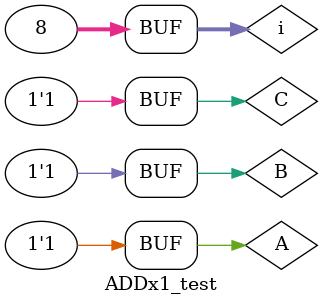
<source format=v>
`timescale 10ps/1ps
`include "ADDx1.v"
module ADDx1_test();

reg A, B, C;
wire signed sum;
wire carry;
integer i;

ADDx1 AT21(A, B, C, sum, carry);

initial
    begin
        $dumpfile("ADDx1_test.vcd");
        $dumpvars(0, ADDx1_test);
        {A, B, C} = 0;

        $monitor($time, ": A=%b, B=%b, C=%b, sum=%b, carry=%b\n", A, B, C, sum, carry);
            for(i = 0; i < 8; i = i + 1) 
            begin
                #1 {A,B,C} = i;
            end
    end
endmodule
</source>
